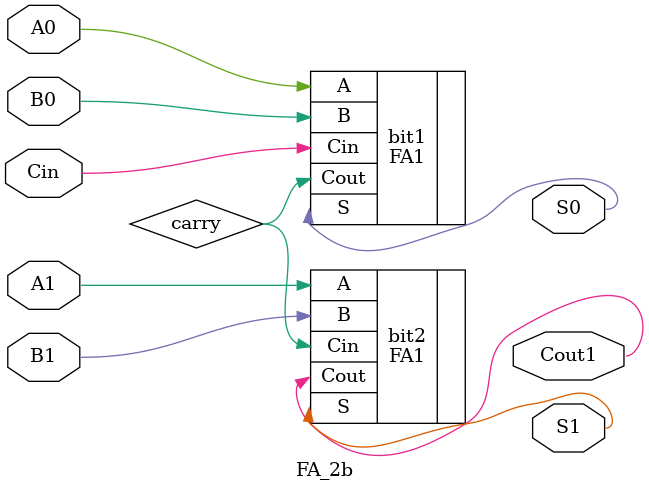
<source format=sv>
`timescale 1ns/1ps


module FA_2b
(
	input wire A0,A1,B0,B1,Cin,
	output wire S0,S1,Cout1
);

wire carry;

FA1 bit1
(
	.A(A0),
	.B(B0),
	.Cin(Cin),
	.S(S0),
	.Cout(carry)
);

FA1 bit2
(
	.A(A1),
	.B(B1),
	.Cin(carry),
	.S(S1),
	.Cout(Cout1)
);

endmodule
</source>
